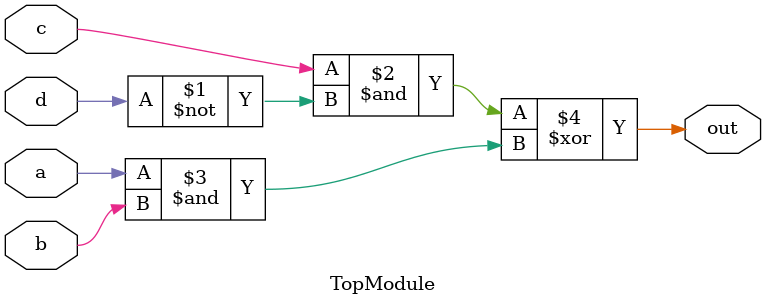
<source format=sv>
module TopModule (
    input logic a,  // 1-bit input
    input logic b,  // 1-bit input
    input logic c,  // 1-bit input
    input logic d,  // 1-bit input
    output logic out // 1-bit output
);

    // Implementing the simplified Boolean expression
    assign out = (c & ~d) ^ (a & b);

endmodule
</source>
